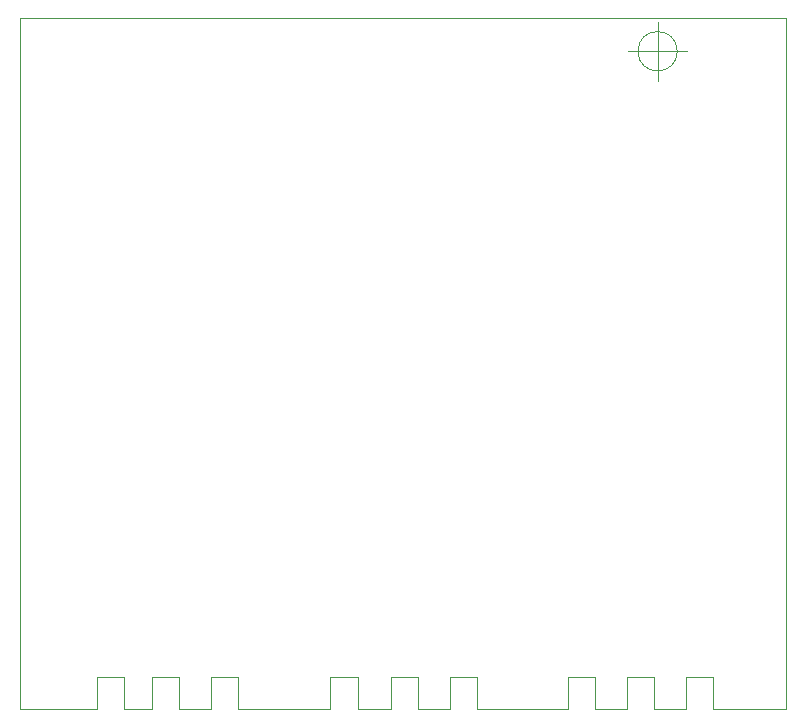
<source format=gm1>
G04 #@! TF.GenerationSoftware,KiCad,Pcbnew,(6.0.1)*
G04 #@! TF.CreationDate,2022-06-09T14:03:21-07:00*
G04 #@! TF.ProjectId,StereoPSRev1_2,53746572-656f-4505-9352-6576315f322e,rev?*
G04 #@! TF.SameCoordinates,Original*
G04 #@! TF.FileFunction,Profile,NP*
%FSLAX46Y46*%
G04 Gerber Fmt 4.6, Leading zero omitted, Abs format (unit mm)*
G04 Created by KiCad (PCBNEW (6.0.1)) date 2022-06-09 14:03:21*
%MOMM*%
%LPD*%
G01*
G04 APERTURE LIST*
G04 #@! TA.AperFunction,Profile*
%ADD10C,0.100000*%
G04 #@! TD*
G04 APERTURE END LIST*
D10*
X159866666Y-69800000D02*
G75*
G03*
X159866666Y-69800000I-1666666J0D01*
G01*
X155700000Y-69800000D02*
X160700000Y-69800000D01*
X158200000Y-67300000D02*
X158200000Y-72300000D01*
X150600000Y-125500000D02*
X150600000Y-122800000D01*
X110700000Y-122800000D02*
X113000000Y-122800000D01*
X120400000Y-125500000D02*
X120400000Y-122800000D01*
X117700000Y-122800000D02*
X117700000Y-125500000D01*
X122700000Y-125500000D02*
X130500000Y-125500000D01*
X122700000Y-122800000D02*
X122700000Y-125500000D01*
X135600000Y-122800000D02*
X137900000Y-122800000D01*
X113000000Y-125500000D02*
X115400000Y-125500000D01*
X115400000Y-122800000D02*
X117700000Y-122800000D01*
X155600000Y-125500000D02*
X155600000Y-122800000D01*
X160600000Y-125500000D02*
X160600000Y-122800000D01*
X169078000Y-66968000D02*
X169078000Y-125500000D01*
X137900000Y-125500000D02*
X140600000Y-125500000D01*
X115400000Y-125500000D02*
X115400000Y-122800000D01*
X120400000Y-122800000D02*
X122700000Y-122800000D01*
X137900000Y-122800000D02*
X137900000Y-125500000D01*
X140600000Y-122800000D02*
X142900000Y-122800000D01*
X152900000Y-125500000D02*
X155600000Y-125500000D01*
X104200000Y-125500000D02*
X104200000Y-66968000D01*
X110700000Y-125500000D02*
X110700000Y-122800000D01*
X157900000Y-122800000D02*
X157900000Y-125500000D01*
X132800000Y-122800000D02*
X132800000Y-125500000D01*
X130500000Y-125500000D02*
X130500000Y-122800000D01*
X162900000Y-122800000D02*
X162900000Y-125500000D01*
X113000000Y-122800000D02*
X113000000Y-125500000D01*
X135600000Y-125500000D02*
X135600000Y-122800000D01*
X130500000Y-122800000D02*
X132800000Y-122800000D01*
X155600000Y-122800000D02*
X157900000Y-122800000D01*
X150600000Y-122800000D02*
X152900000Y-122800000D01*
X162900000Y-125500000D02*
X169078000Y-125500000D01*
X142900000Y-125500000D02*
X150600000Y-125500000D01*
X160600000Y-122800000D02*
X162900000Y-122800000D01*
X140600000Y-125500000D02*
X140600000Y-122800000D01*
X157900000Y-125500000D02*
X160600000Y-125500000D01*
X132800000Y-125500000D02*
X135600000Y-125500000D01*
X142900000Y-122800000D02*
X142900000Y-125500000D01*
X104200000Y-66968000D02*
X169078000Y-66968000D01*
X152900000Y-122800000D02*
X152900000Y-125500000D01*
X110700000Y-125500000D02*
X104200000Y-125500000D01*
X117700000Y-125500000D02*
X120400000Y-125500000D01*
M02*

</source>
